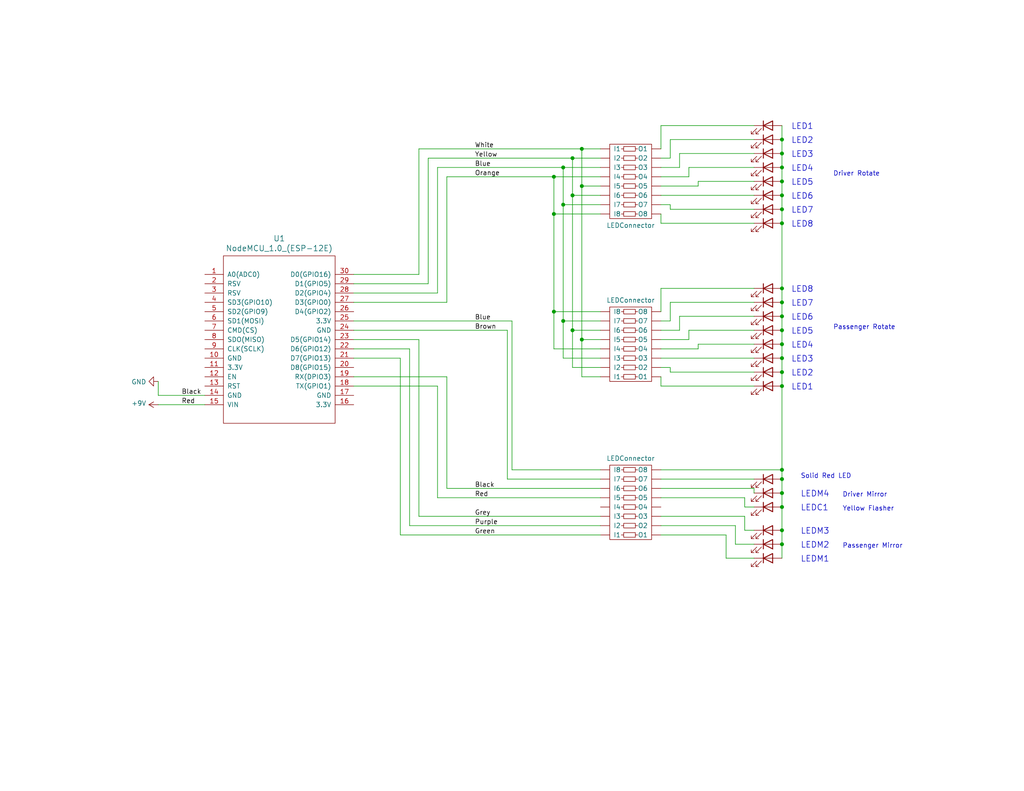
<source format=kicad_sch>
(kicad_sch (version 20211123) (generator eeschema)
  (paper "USLetter")
  (title_block (title "Wiring Diagram for Chris Light Bar") (date "2022-09-10") (rev "6"))
  (lib_symbols
    (symbol "Device:LED" (pin_numbers hide) (pin_names (offset 1.016) hide)
      (property "Reference" "D" (at 0 2.54 0))
      (property "Value" "LED" (at 0 -2.54 0))
      (symbol "LED_0_1"
        (polyline (pts (xy -1.27 -1.27) (xy -1.27 1.27)) (stroke (width 0.254)))
        (polyline (pts (xy -1.27 0) (xy 1.27 0)))
        (polyline (pts (xy 1.27 -1.27) (xy 1.27 1.27) (xy -1.27 0) (xy 1.27 -1.27)) (stroke (width 0.254)))
        (polyline (pts (xy -3.048 -0.762) (xy -4.572 -2.286) (xy -3.81 -2.286) (xy -4.572 -2.286) (xy -4.572 -1.524)))
        (polyline (pts (xy -1.778 -0.762) (xy -3.302 -2.286) (xy -2.54 -2.286) (xy -3.302 -2.286) (xy -3.302 -1.524)))
      )
      (symbol "LED_1_1"
        (pin passive line (at -3.81 0 0) (length 2.54) (name "K") (number "1"))
        (pin passive line (at 3.81 0 180) (length 2.54) (name "A") (number "2"))
      )
    )
    (symbol "ESP8266:NodeMCU_1.0_(ESP-12E)" (pin_names (offset 1.016))
      (property "Reference" "U" (at 0 21.59 0))
      (property "Value" "ESP8266_NodeMCU_1.0_(ESP-12E)" (at 0 -21.59 0))
      (symbol "NodeMCU_1.0_(ESP-12E)_0_1"
        (rectangle (start -15.24 -22.86) (end 15.24 22.86))
      )
      (symbol "NodeMCU_1.0_(ESP-12E)_1_1"
        (pin input line (at -20.32 17.78 0) (length 5.08) (name "A0(ADC0)") (number "1"))
        (pin input line (at -20.32 -5.08 0) (length 5.08) (name "GND") (number "10"))
        (pin power_out line (at -20.32 -7.62 0) (length 5.08) (name "3.3V") (number "11"))
        (pin input line (at -20.32 -10.16 0) (length 5.08) (name "EN") (number "12"))
        (pin input line (at -20.32 -12.7 0) (length 5.08) (name "RST") (number "13"))
        (pin power_in line (at -20.32 -15.24 0) (length 5.08) (name "GND") (number "14"))
        (pin power_in line (at -20.32 -17.78 0) (length 5.08) (name "VIN") (number "15"))
        (pin power_out line (at 20.32 -17.78 180) (length 5.08) (name "3.3V") (number "16"))
        (pin power_in line (at 20.32 -15.24 180) (length 5.08) (name "GND") (number "17"))
        (pin bidirectional line (at 20.32 -12.7 180) (length 5.08) (name "TX(GPIO1)") (number "18"))
        (pin bidirectional line (at 20.32 -10.16 180) (length 5.08) (name "RX(DPIO3)") (number "19"))
        (pin input line (at -20.32 15.24 0) (length 5.08) (name "RSV") (number "2"))
        (pin bidirectional line (at 20.32 -7.62 180) (length 5.08) (name "D8(GPIO15)") (number "20"))
        (pin bidirectional line (at 20.32 -5.08 180) (length 5.08) (name "D7(GPIO13)") (number "21"))
        (pin bidirectional line (at 20.32 -2.54 180) (length 5.08) (name "D6(GPIO12)") (number "22"))
        (pin bidirectional line (at 20.32 0 180) (length 5.08) (name "D5(GPIO14)") (number "23"))
        (pin power_in line (at 20.32 2.54 180) (length 5.08) (name "GND") (number "24"))
        (pin power_out line (at 20.32 5.08 180) (length 5.08) (name "3.3V") (number "25"))
        (pin bidirectional line (at 20.32 7.62 180) (length 5.08) (name "D4(GPIO2)") (number "26"))
        (pin bidirectional line (at 20.32 10.16 180) (length 5.08) (name "D3(GPIO0)") (number "27"))
        (pin bidirectional line (at 20.32 12.7 180) (length 5.08) (name "D2(GPIO4)") (number "28"))
        (pin bidirectional line (at 20.32 15.24 180) (length 5.08) (name "D1(GPIO5)") (number "29"))
        (pin input line (at -20.32 12.7 0) (length 5.08) (name "RSV") (number "3"))
        (pin bidirectional line (at 20.32 17.78 180) (length 5.08) (name "D0(GPIO16)") (number "30"))
        (pin bidirectional line (at -20.32 10.16 0) (length 5.08) (name "SD3(GPIO10)") (number "4"))
        (pin bidirectional line (at -20.32 7.62 0) (length 5.08) (name "SD2(GPIO9)") (number "5"))
        (pin bidirectional line (at -20.32 5.08 0) (length 5.08) (name "SD1(MOSI)") (number "6"))
        (pin bidirectional line (at -20.32 2.54 0) (length 5.08) (name "CMD(CS)") (number "7"))
        (pin bidirectional line (at -20.32 0 0) (length 5.08) (name "SDO(MISO)") (number "8"))
        (pin bidirectional line (at -20.32 -2.54 0) (length 5.08) (name "CLK(SCLK)") (number "9"))
      )
    )
    (symbol "OMSChrisLightBar-rescue:LEDConnector-OMS" (pin_numbers hide) (pin_names (offset 1.016))
      (property "Value" "LEDConnector-OMS" (at -1.27 6.35 0))
      (symbol "LEDConnector-OMS_0_1"
        (rectangle (start -6.35 5.08) (end 5.08 -15.24))
        (rectangle (start -2.54 -13.335) (end 0.635 -14.605))
        (rectangle (start -2.54 -10.795) (end 0.635 -12.065))
        (rectangle (start -2.54 -8.255) (end 0.635 -9.525))
        (rectangle (start -2.54 -5.715) (end 0.635 -6.985))
        (rectangle (start -2.54 -3.175) (end 0.635 -4.445))
        (rectangle (start -2.54 -0.635) (end 0.635 -1.905))
        (rectangle (start -2.54 1.905) (end 0.635 0.635))
        (rectangle (start -2.54 4.445) (end 0.635 3.175))
        (polyline (pts (xy -3.175 -13.97) (xy -2.54 -13.97)))
        (polyline (pts (xy -3.175 -11.43) (xy -2.54 -11.43)))
        (polyline (pts (xy -3.175 -8.89) (xy -2.54 -8.89)))
        (polyline (pts (xy -3.175 -6.35) (xy -2.54 -6.35)))
        (polyline (pts (xy -3.175 -3.81) (xy -2.54 -3.81)))
        (polyline (pts (xy -3.175 1.27) (xy -2.54 1.27)))
        (polyline (pts (xy -2.54 -1.27) (xy -3.175 -1.27)))
        (polyline (pts (xy 0.635 -13.97) (xy 1.27 -13.97)))
        (polyline (pts (xy 0.635 -11.43) (xy 1.27 -11.43)))
        (polyline (pts (xy 0.635 -8.89) (xy 1.27 -8.89)))
        (polyline (pts (xy 0.635 -6.35) (xy 1.27 -6.35)))
        (polyline (pts (xy 0.635 -3.81) (xy 1.27 -3.81)))
        (polyline (pts (xy 0.635 -1.27) (xy 1.27 -1.27)))
        (polyline (pts (xy 0.635 1.27) (xy 1.27 1.27)))
        (polyline (pts (xy 1.27 3.81) (xy 0.635 3.81)))
        (polyline (pts (xy -2.54 3.81) (xy -3.175 3.81) (xy -2.54 3.81)))
      )
      (symbol "LEDConnector-OMS_1_1"
        (pin input line (at -8.89 -13.97 0) (length 2.54) (name "I1") (number "~"))
        (pin input line (at -8.89 -11.43 0) (length 2.54) (name "I2") (number "~"))
        (pin input line (at -8.89 -8.89 0) (length 2.54) (name "I3") (number "~"))
        (pin input line (at -8.89 -6.35 0) (length 2.54) (name "I4") (number "~"))
        (pin input line (at -8.89 -3.81 0) (length 2.54) (name "I5") (number "~"))
        (pin input line (at -8.89 -1.27 0) (length 2.54) (name "I6") (number "~"))
        (pin input line (at -8.89 1.27 0) (length 2.54) (name "I7") (number "~"))
        (pin input line (at -8.89 3.81 0) (length 2.54) (name "I8") (number "~"))
        (pin output line (at 7.62 -13.97 180) (length 2.54) (name "O1") (number "~"))
        (pin output line (at 7.62 -11.43 180) (length 2.54) (name "O2") (number "~"))
        (pin output line (at 7.62 -8.89 180) (length 2.54) (name "O3") (number "~"))
        (pin output line (at 7.62 -6.35 180) (length 2.54) (name "O4") (number "~"))
        (pin output line (at 7.62 -3.81 180) (length 2.54) (name "O5") (number "~"))
        (pin output line (at 7.62 -1.27 180) (length 2.54) (name "O6") (number "~"))
        (pin output line (at 7.62 1.27 180) (length 2.54) (name "O7") (number "~"))
        (pin output line (at 7.62 3.81 180) (length 2.54) (name "O8") (number "~"))
      )
    )
    (symbol "power:+9V" (power) (pin_names (offset 0))
      (property "Value" "+9V" (at 0 3.556 0))
      (symbol "+9V_0_1"
        (polyline (pts (xy -0.762 1.27) (xy 0 2.54)))
        (polyline (pts (xy 0 0) (xy 0 2.54)))
        (polyline (pts (xy 0 2.54) (xy 0.762 1.27)))
      )
      (symbol "+9V_1_1"
        (pin power_in line (at 0 0 90) (length 0) hide (name "+9V") (number "1"))
      )
    )
    (symbol "power:GND" (power) (pin_names (offset 0))
      (property "Value" "GND" (at 0 -3.81 0))
      (symbol "GND_0_1"
        (polyline (pts (xy 0 0) (xy 0 -1.27) (xy 1.27 -1.27) (xy 0 -2.54) (xy -1.27 -1.27) (xy 0 -1.27)))
      )
      (symbol "GND_1_1"
        (pin power_in line (at 0 0 270) (length 0) hide (name "GND") (number "1"))
      )
    )
  )
  (junction (at 158.75 50.8))
  (junction (at 213.36 90.17))
  (junction (at 213.36 105.41))
  (junction (at 213.36 78.74))
  (junction (at 213.36 93.98))
  (junction (at 213.36 41.91))
  (junction (at 213.36 101.6))
  (junction (at 151.13 85.09))
  (junction (at 158.75 40.64))
  (junction (at 158.75 92.71))
  (junction (at 151.13 58.42))
  (junction (at 156.21 53.34))
  (junction (at 213.36 148.59))
  (junction (at 213.36 38.1))
  (junction (at 213.36 49.53))
  (junction (at 213.36 82.55))
  (junction (at 151.13 48.26))
  (junction (at 213.36 138.43))
  (junction (at 213.36 144.78))
  (junction (at 153.67 55.88))
  (junction (at 213.36 57.15))
  (junction (at 213.36 130.81))
  (junction (at 156.21 43.18))
  (junction (at 213.36 128.27))
  (junction (at 213.36 53.34))
  (junction (at 153.67 45.72))
  (junction (at 213.36 86.36))
  (junction (at 213.36 60.96))
  (junction (at 153.67 87.63))
  (junction (at 213.36 134.62))
  (junction (at 156.21 90.17))
  (junction (at 213.36 45.72))
  (junction (at 213.36 97.79))
  (wire (pts (xy 180.34 100.33) (xy 182.88 100.33)))
  (wire (pts (xy 109.22 146.05) (xy 163.83 146.05)))
  (wire (pts (xy 180.34 146.05) (xy 198.12 146.05)))
  (wire (pts (xy 213.36 144.78) (xy 213.36 148.59)))
  (wire (pts (xy 213.36 138.43) (xy 213.36 144.78)))
  (wire (pts (xy 187.96 48.26) (xy 187.96 45.72)))
  (wire (pts (xy 213.36 148.59) (xy 213.36 152.4)))
  (wire (pts (xy 185.42 86.36) (xy 205.74 86.36)))
  (wire (pts (xy 180.34 143.51) (xy 200.66 143.51)))
  (wire (pts (xy 180.34 95.25) (xy 190.5 95.25)))
  (wire (pts (xy 55.88 107.95) (xy 43.18 107.95)))
  (wire (pts (xy 180.34 58.42) (xy 180.34 60.96)))
  (wire (pts (xy 158.75 40.64) (xy 114.3 40.64)))
  (wire (pts (xy 116.84 43.18) (xy 116.84 77.47)))
  (wire (pts (xy 180.34 40.64) (xy 180.34 34.29)))
  (wire (pts (xy 158.75 92.71) (xy 163.83 92.71)))
  (wire (pts (xy 213.36 101.6) (xy 213.36 105.41)))
  (wire (pts (xy 190.5 50.8) (xy 190.5 49.53)))
  (wire (pts (xy 163.83 43.18) (xy 156.21 43.18)))
  (wire (pts (xy 213.36 78.74) (xy 213.36 82.55)))
  (wire (pts (xy 111.76 143.51) (xy 163.83 143.51)))
  (wire (pts (xy 114.3 92.71) (xy 114.3 140.97)))
  (wire (pts (xy 96.52 102.87) (xy 121.92 102.87)))
  (wire (pts (xy 180.34 133.35) (xy 205.74 133.35)))
  (wire (pts (xy 119.38 80.01) (xy 96.52 80.01)))
  (wire (pts (xy 153.67 45.72) (xy 119.38 45.72)))
  (wire (pts (xy 203.2 144.78) (xy 205.74 144.78)))
  (wire (pts (xy 156.21 53.34) (xy 156.21 90.17)))
  (wire (pts (xy 151.13 85.09) (xy 163.83 85.09)))
  (wire (pts (xy 43.18 107.95) (xy 43.18 104.14)))
  (wire (pts (xy 114.3 74.93) (xy 96.52 74.93)))
  (wire (pts (xy 151.13 48.26) (xy 121.92 48.26)))
  (wire (pts (xy 180.34 50.8) (xy 190.5 50.8)))
  (wire (pts (xy 180.34 34.29) (xy 205.74 34.29)))
  (wire (pts (xy 151.13 58.42) (xy 151.13 85.09)))
  (wire (pts (xy 111.76 95.25) (xy 111.76 143.51)))
  (wire (pts (xy 185.42 90.17) (xy 185.42 86.36)))
  (wire (pts (xy 200.66 143.51) (xy 200.66 148.59)))
  (wire (pts (xy 96.52 97.79) (xy 109.22 97.79)))
  (wire (pts (xy 213.36 134.62) (xy 213.36 138.43)))
  (wire (pts (xy 205.74 133.35) (xy 205.74 134.62)))
  (wire (pts (xy 190.5 93.98) (xy 205.74 93.98)))
  (wire (pts (xy 213.36 93.98) (xy 213.36 97.79)))
  (wire (pts (xy 138.43 130.81) (xy 163.83 130.81)))
  (wire (pts (xy 180.34 48.26) (xy 187.96 48.26)))
  (wire (pts (xy 153.67 55.88) (xy 153.67 87.63)))
  (wire (pts (xy 213.36 38.1) (xy 213.36 41.91)))
  (wire (pts (xy 213.36 82.55) (xy 213.36 86.36)))
  (wire (pts (xy 180.34 140.97) (xy 203.2 140.97)))
  (wire (pts (xy 96.52 105.41) (xy 119.38 105.41)))
  (wire (pts (xy 182.88 101.6) (xy 205.74 101.6)))
  (wire (pts (xy 153.67 97.79) (xy 163.83 97.79)))
  (wire (pts (xy 96.52 90.17) (xy 138.43 90.17)))
  (wire (pts (xy 198.12 146.05) (xy 198.12 152.4)))
  (wire (pts (xy 180.34 102.87) (xy 180.34 105.41)))
  (wire (pts (xy 182.88 43.18) (xy 182.88 38.1)))
  (wire (pts (xy 187.96 90.17) (xy 205.74 90.17)))
  (wire (pts (xy 121.92 82.55) (xy 96.52 82.55)))
  (wire (pts (xy 153.67 45.72) (xy 153.67 55.88)))
  (wire (pts (xy 153.67 87.63) (xy 163.83 87.63)))
  (wire (pts (xy 182.88 82.55) (xy 205.74 82.55)))
  (wire (pts (xy 151.13 48.26) (xy 151.13 58.42)))
  (wire (pts (xy 203.2 138.43) (xy 205.74 138.43)))
  (wire (pts (xy 213.36 105.41) (xy 213.36 128.27)))
  (wire (pts (xy 96.52 92.71) (xy 114.3 92.71)))
  (wire (pts (xy 185.42 41.91) (xy 205.74 41.91)))
  (wire (pts (xy 156.21 43.18) (xy 116.84 43.18)))
  (wire (pts (xy 180.34 53.34) (xy 205.74 53.34)))
  (wire (pts (xy 182.88 87.63) (xy 182.88 82.55)))
  (wire (pts (xy 180.34 135.89) (xy 203.2 135.89)))
  (wire (pts (xy 156.21 53.34) (xy 163.83 53.34)))
  (wire (pts (xy 180.34 105.41) (xy 205.74 105.41)))
  (wire (pts (xy 114.3 140.97) (xy 163.83 140.97)))
  (wire (pts (xy 187.96 45.72) (xy 205.74 45.72)))
  (wire (pts (xy 213.36 34.29) (xy 213.36 38.1)))
  (wire (pts (xy 213.36 97.79) (xy 213.36 101.6)))
  (wire (pts (xy 213.36 60.96) (xy 213.36 78.74)))
  (wire (pts (xy 180.34 90.17) (xy 185.42 90.17)))
  (wire (pts (xy 55.88 110.49) (xy 43.18 110.49)))
  (wire (pts (xy 185.42 45.72) (xy 185.42 41.91)))
  (wire (pts (xy 119.38 135.89) (xy 163.83 135.89)))
  (wire (pts (xy 156.21 90.17) (xy 156.21 100.33)))
  (wire (pts (xy 190.5 49.53) (xy 205.74 49.53)))
  (wire (pts (xy 180.34 130.81) (xy 205.74 130.81)))
  (wire (pts (xy 213.36 128.27) (xy 180.34 128.27)))
  (wire (pts (xy 213.36 86.36) (xy 213.36 90.17)))
  (wire (pts (xy 213.36 53.34) (xy 213.36 57.15)))
  (wire (pts (xy 182.88 55.88) (xy 182.88 57.15)))
  (wire (pts (xy 156.21 90.17) (xy 163.83 90.17)))
  (wire (pts (xy 138.43 90.17) (xy 138.43 130.81)))
  (wire (pts (xy 163.83 40.64) (xy 158.75 40.64)))
  (wire (pts (xy 121.92 48.26) (xy 121.92 82.55)))
  (wire (pts (xy 109.22 97.79) (xy 109.22 146.05)))
  (wire (pts (xy 213.36 49.53) (xy 213.36 53.34)))
  (wire (pts (xy 182.88 38.1) (xy 205.74 38.1)))
  (wire (pts (xy 151.13 58.42) (xy 163.83 58.42)))
  (wire (pts (xy 180.34 60.96) (xy 205.74 60.96)))
  (wire (pts (xy 96.52 87.63) (xy 139.7 87.63)))
  (wire (pts (xy 203.2 135.89) (xy 203.2 138.43)))
  (wire (pts (xy 158.75 40.64) (xy 158.75 50.8)))
  (wire (pts (xy 158.75 92.71) (xy 158.75 102.87)))
  (wire (pts (xy 213.36 128.27) (xy 213.36 130.81)))
  (wire (pts (xy 153.67 55.88) (xy 163.83 55.88)))
  (wire (pts (xy 213.36 57.15) (xy 213.36 60.96)))
  (wire (pts (xy 187.96 92.71) (xy 187.96 90.17)))
  (wire (pts (xy 182.88 100.33) (xy 182.88 101.6)))
  (wire (pts (xy 200.66 148.59) (xy 205.74 148.59)))
  (wire (pts (xy 158.75 50.8) (xy 163.83 50.8)))
  (wire (pts (xy 203.2 140.97) (xy 203.2 144.78)))
  (wire (pts (xy 213.36 130.81) (xy 213.36 134.62)))
  (wire (pts (xy 139.7 87.63) (xy 139.7 128.27)))
  (wire (pts (xy 121.92 133.35) (xy 163.83 133.35)))
  (wire (pts (xy 151.13 95.25) (xy 163.83 95.25)))
  (wire (pts (xy 119.38 105.41) (xy 119.38 135.89)))
  (wire (pts (xy 182.88 57.15) (xy 205.74 57.15)))
  (wire (pts (xy 116.84 77.47) (xy 96.52 77.47)))
  (wire (pts (xy 119.38 45.72) (xy 119.38 80.01)))
  (wire (pts (xy 156.21 100.33) (xy 163.83 100.33)))
  (wire (pts (xy 190.5 95.25) (xy 190.5 93.98)))
  (wire (pts (xy 213.36 41.91) (xy 213.36 45.72)))
  (wire (pts (xy 180.34 55.88) (xy 182.88 55.88)))
  (wire (pts (xy 198.12 152.4) (xy 205.74 152.4)))
  (wire (pts (xy 121.92 102.87) (xy 121.92 133.35)))
  (wire (pts (xy 180.34 85.09) (xy 180.34 78.74)))
  (wire (pts (xy 180.34 45.72) (xy 185.42 45.72)))
  (wire (pts (xy 180.34 92.71) (xy 187.96 92.71)))
  (wire (pts (xy 151.13 85.09) (xy 151.13 95.25)))
  (wire (pts (xy 180.34 87.63) (xy 182.88 87.63)))
  (wire (pts (xy 180.34 43.18) (xy 182.88 43.18)))
  (wire (pts (xy 213.36 90.17) (xy 213.36 93.98)))
  (wire (pts (xy 213.36 45.72) (xy 213.36 49.53)))
  (wire (pts (xy 158.75 102.87) (xy 163.83 102.87)))
  (wire (pts (xy 163.83 45.72) (xy 153.67 45.72)))
  (wire (pts (xy 96.52 95.25) (xy 111.76 95.25)))
  (wire (pts (xy 180.34 97.79) (xy 205.74 97.79)))
  (wire (pts (xy 156.21 43.18) (xy 156.21 53.34)))
  (wire (pts (xy 139.7 128.27) (xy 163.83 128.27)))
  (wire (pts (xy 114.3 40.64) (xy 114.3 74.93)))
  (wire (pts (xy 180.34 78.74) (xy 205.74 78.74)))
  (wire (pts (xy 158.75 50.8) (xy 158.75 92.71)))
  (wire (pts (xy 153.67 87.63) (xy 153.67 97.79)))
  (wire (pts (xy 163.83 48.26) (xy 151.13 48.26)))
  (text "LED3\n" (at 215.9 99.06 0) (effects (font (size 1.6002 1.6002)) (justify left bottom)))
  (text "LED2\n" (at 215.9 39.37 0) (effects (font (size 1.6002 1.6002)) (justify left bottom)))
  (text "LED3\n" (at 215.9 43.18 0) (effects (font (size 1.6002 1.6002)) (justify left bottom)))
  (text "LED4\n" (at 215.9 46.99 0) (effects (font (size 1.6002 1.6002)) (justify left bottom)))
  (text "LED1\n" (at 215.9 106.68 0) (effects (font (size 1.6002 1.6002)) (justify left bottom)))
  (text "LED4\n" (at 215.9 95.25 0) (effects (font (size 1.6002 1.6002)) (justify left bottom)))
  (text "LED8\n" (at 215.9 62.23 0) (effects (font (size 1.6002 1.6002)) (justify left bottom)))
  (text "LED5\n" (at 215.9 91.44 0) (effects (font (size 1.6002 1.6002)) (justify left bottom)))
  (text "LEDM1\n" (at 218.44 153.67 0) (effects (font (size 1.6002 1.6002)) (justify left bottom)))
  (text "Passenger Rotate" (at 227.33 90.17 0) (effects (font (size 1.27 1.27)) (justify left bottom)))
  (text "Driver Rotate\n" (at 227.33 48.26 0) (effects (font (size 1.27 1.27)) (justify left bottom)))
  (text "Yellow Flasher" (at 229.87 139.7 0) (effects (font (size 1.27 1.27)) (justify left bottom)))
  (text "Passenger Mirror" (at 229.87 149.86 0) (effects (font (size 1.27 1.27)) (justify left bottom)))
  (text "LED6\n" (at 215.9 87.63 0) (effects (font (size 1.6002 1.6002)) (justify left bottom)))
  (text "LEDM2\n" (at 218.44 149.86 0) (effects (font (size 1.6002 1.6002)) (justify left bottom)))
  (text "LEDM3\n" (at 218.44 146.05 0) (effects (font (size 1.6002 1.6002)) (justify left bottom)))
  (text "Driver Mirror" (at 229.87 135.89 0) (effects (font (size 1.27 1.27)) (justify left bottom)))
  (text "LED6\n" (at 215.9 54.61 0) (effects (font (size 1.6002 1.6002)) (justify left bottom)))
  (text "LED8\n" (at 215.9 80.01 0) (effects (font (size 1.6002 1.6002)) (justify left bottom)))
  (text "LED7\n" (at 215.9 58.42 0) (effects (font (size 1.6002 1.6002)) (justify left bottom)))
  (text "LED5\n" (at 215.9 50.8 0) (effects (font (size 1.6002 1.6002)) (justify left bottom)))
  (text "LEDC1\n" (at 218.44 139.7 0) (effects (font (size 1.6002 1.6002)) (justify left bottom)))
  (text "LED2\n" (at 215.9 102.87 0) (effects (font (size 1.6002 1.6002)) (justify left bottom)))
  (text "LEDM4\n" (at 218.44 135.89 0) (effects (font (size 1.6002 1.6002)) (justify left bottom)))
  (text "LED7\n" (at 215.9 83.82 0) (effects (font (size 1.6002 1.6002)) (justify left bottom)))
  (text "LED1\n" (at 215.9 35.56 0) (effects (font (size 1.6002 1.6002)) (justify left bottom)))
  (text "Solid Red LED" (at 218.44 130.81 0) (effects (font (size 1.27 1.27)) (justify left bottom)))
  (label "Orange" (at 129.54 48.26 0))
  (label "Blue" (at 129.54 45.72 0))
  (label "Black" (at 129.54 133.35 0))
  (label "Black" (at 49.53 107.95 0))
  (label "Red" (at 129.54 135.89 0))
  (label "Blue" (at 129.54 87.63 0))
  (label "Green" (at 129.54 146.05 0))
  (label "White" (at 129.54 40.64 0))
  (label "Brown" (at 129.54 90.17 0))
  (label "Yellow" (at 129.54 43.18 0))
  (label "Red" (at 49.53 110.49 0))
  (label "Grey" (at 129.54 140.97 0))
  (label "Purple" (at 129.54 143.51 0))
  (symbol (lib_id "ESP8266:NodeMCU_1.0_(ESP-12E)") (at 76.2 92.71 0) (unit 1)
    (property "Reference" "U1" (at 76.2 65.1002 0) (effects (font (size 1.524 1.524))))
    (property "Value" "NodeMCU_1.0_(ESP-12E)" (at 76.2 67.7926 0) (effects (font (size 1.524 1.524))))
  )
  (symbol (lib_id "OMSChrisLightBar-rescue:LEDConnector-OMS") (at 172.72 54.61 0) (mirror x) (unit 1)
    (property "Reference" "LU1" (effects hide))
    (property "Value" "LEDConnector" (at 172.085 61.5442 0))
  )
  (symbol (lib_id "OMSChrisLightBar-rescue:LEDConnector-OMS") (at 172.72 132.08 0) (unit 1)
    (property "Reference" "LU3" (effects hide))
    (property "Value" "LEDConnector" (at 172.085 125.1458 0))
  )
  (symbol (lib_id "Device:LED") (at 209.55 57.15 0) (unit 1)
    (property "Reference" "D?" (effects hide))
    (property "Value" "LED" (effects hide))
  )
  (symbol (lib_id "Device:LED") (at 209.55 60.96 0) (unit 1)
    (property "Reference" "D?" (effects hide))
    (property "Value" "LED" (effects hide))
  )
  (symbol (lib_id "Device:LED") (at 209.55 45.72 0) (unit 1)
    (property "Reference" "D?" (effects hide))
    (property "Value" "LED" (effects hide))
  )
  (symbol (lib_id "Device:LED") (at 209.55 53.34 0) (unit 1)
    (property "Reference" "D?" (effects hide))
    (property "Value" "LED" (effects hide))
  )
  (symbol (lib_id "Device:LED") (at 209.55 152.4 0) (unit 1)
    (property "Reference" "D?" (effects hide))
    (property "Value" "LED" (effects hide))
  )
  (symbol (lib_id "Device:LED") (at 209.55 148.59 0) (unit 1)
    (property "Reference" "D?" (effects hide))
    (property "Value" "LED" (effects hide))
  )
  (symbol (lib_id "Device:LED") (at 209.55 138.43 0) (unit 1)
    (property "Reference" "D?" (effects hide))
    (property "Value" "LED" (effects hide))
  )
  (symbol (lib_id "Device:LED") (at 209.55 134.62 0) (unit 1)
    (property "Reference" "D?" (effects hide))
    (property "Value" "LED" (effects hide))
  )
  (symbol (lib_id "Device:LED") (at 209.55 49.53 0) (unit 1)
    (property "Reference" "D?" (effects hide))
    (property "Value" "LED" (effects hide))
  )
  (symbol (lib_id "Device:LED") (at 209.55 41.91 0) (unit 1)
    (property "Reference" "D?" (effects hide))
    (property "Value" "LED" (effects hide))
  )
  (symbol (lib_id "Device:LED") (at 209.55 38.1 0) (unit 1)
    (property "Reference" "D?" (effects hide))
    (property "Value" "LED" (effects hide))
  )
  (symbol (lib_id "Device:LED") (at 209.55 34.29 0) (unit 1)
    (property "Reference" "D?" (effects hide))
    (property "Value" "LED" (effects hide))
  )
  (symbol (lib_id "Device:LED") (at 209.55 144.78 0) (unit 1)
    (property "Reference" "D?" (effects hide))
    (property "Value" "LED" (effects hide))
  )
  (symbol (lib_id "power:+9V") (at 43.18 110.49 90) (unit 1)
    (property "Reference" "#PWR?" (effects hide))
    (property "Value" "+9V" (at 39.9288 110.109 90) (effects (justify left)))
  )
  (symbol (lib_id "power:GND") (at 43.18 104.14 270) (unit 1)
    (property "Reference" "#PWR?" (effects hide))
    (property "Value" "GND" (at 39.9288 104.267 90) (effects (justify right)))
  )
  (symbol (lib_id "OMSChrisLightBar-rescue:LEDConnector-OMS") (at 172.72 88.9 0) (unit 1)
    (property "Reference" "LU?" (effects hide))
    (property "Value" "LEDConnector" (at 172.085 81.9658 0))
  )
  (symbol (lib_id "Device:LED") (at 209.55 105.41 0) (unit 1)
    (property "Reference" "D?" (effects hide))
    (property "Value" "LED" (effects hide))
  )
  (symbol (lib_id "Device:LED") (at 209.55 101.6 0) (unit 1)
    (property "Reference" "D?" (effects hide))
    (property "Value" "LED" (effects hide))
  )
  (symbol (lib_id "Device:LED") (at 209.55 90.17 0) (unit 1)
    (property "Reference" "D?" (effects hide))
    (property "Value" "LED" (effects hide))
  )
  (symbol (lib_id "Device:LED") (at 209.55 82.55 0) (unit 1)
    (property "Reference" "D?" (effects hide))
    (property "Value" "LED" (effects hide))
  )
  (symbol (lib_id "Device:LED") (at 209.55 93.98 0) (unit 1)
    (property "Reference" "D?" (effects hide))
    (property "Value" "LED" (effects hide))
  )
  (symbol (lib_id "Device:LED") (at 209.55 97.79 0) (unit 1)
    (property "Reference" "D?" (effects hide))
    (property "Value" "LED" (effects hide))
  )
  (symbol (lib_id "Device:LED") (at 209.55 130.81 0) (unit 1)
    (property "Reference" "D?" (effects hide))
    (property "Value" "LED" (effects hide))
  )
  (symbol (lib_id "Device:LED") (at 209.55 78.74 0) (unit 1)
    (property "Reference" "D?" (effects hide))
    (property "Value" "LED" (effects hide))
  )
  (symbol (lib_id "Device:LED") (at 209.55 86.36 0) (unit 1)
    (property "Reference" "D?" (effects hide))
    (property "Value" "LED" (effects hide))
  )
)
</source>
